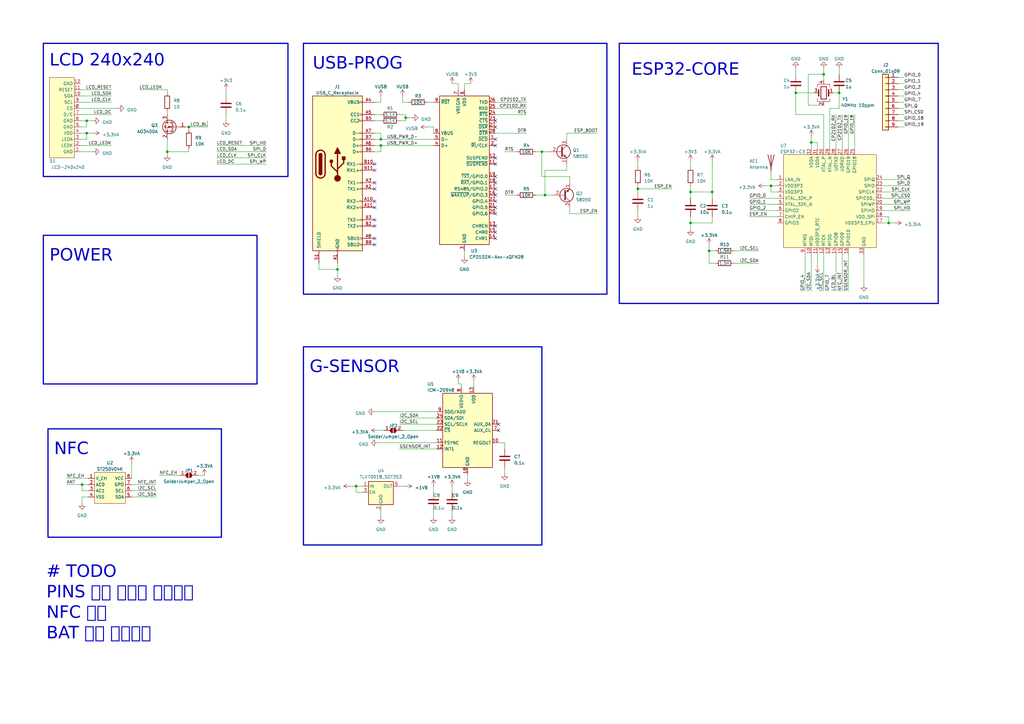
<source format=kicad_sch>
(kicad_sch (version 20220404) (generator eeschema)
  (paper "A3")
  (lib_symbols
    (symbol "Connector:USB_C_Receptacle" (pin_names (offset 1.016))
      (property "Reference" "J" (at -10.16 29.21 0))
      (property "Value" "USB_C_Receptacle" (at 10.16 29.21 0))
      (symbol "USB_C_Receptacle_1_1"
        (pin passive line (at 0 -40.64 90) (length 5.08) (name "GND") (number "A1"))
        (pin bidirectional line (at 15.24 -15.24 180) (length 5.08) (name "RX2-") (number "A10"))
        (pin bidirectional line (at 15.24 -17.78 180) (length 5.08) (name "RX2+") (number "A11"))
        (pin passive line (at 0 -40.64 90) (length 5.08) hide (name "GND") (number "A12"))
        (pin bidirectional line (at 15.24 -10.16 180) (length 5.08) (name "TX1+") (number "A2"))
        (pin bidirectional line (at 15.24 -7.62 180) (length 5.08) (name "TX1-") (number "A3"))
        (pin passive line (at 15.24 25.4 180) (length 5.08) (name "VBUS") (number "A4"))
        (pin bidirectional line (at 15.24 20.32 180) (length 5.08) (name "CC1") (number "A5"))
        (pin bidirectional line (at 15.24 7.62 180) (length 5.08) (name "D+") (number "A6"))
        (pin bidirectional line (at 15.24 12.7 180) (length 5.08) (name "D-") (number "A7"))
        (pin bidirectional line (at 15.24 -30.48 180) (length 5.08) (name "SBU1") (number "A8"))
        (pin passive line (at 15.24 25.4 180) (length 5.08) hide (name "VBUS") (number "A9"))
        (pin passive line (at 0 -40.64 90) (length 5.08) hide (name "GND") (number "B1"))
        (pin bidirectional line (at 15.24 0 180) (length 5.08) (name "RX1-") (number "B10"))
        (pin bidirectional line (at 15.24 -2.54 180) (length 5.08) (name "RX1+") (number "B11"))
        (pin passive line (at 0 -40.64 90) (length 5.08) hide (name "GND") (number "B12"))
        (pin bidirectional line (at 15.24 -25.4 180) (length 5.08) (name "TX2+") (number "B2"))
        (pin bidirectional line (at 15.24 -22.86 180) (length 5.08) (name "TX2-") (number "B3"))
        (pin passive line (at 15.24 25.4 180) (length 5.08) hide (name "VBUS") (number "B4"))
        (pin bidirectional line (at 15.24 17.78 180) (length 5.08) (name "CC2") (number "B5"))
        (pin bidirectional line (at 15.24 5.08 180) (length 5.08) (name "D+") (number "B6"))
        (pin bidirectional line (at 15.24 10.16 180) (length 5.08) (name "D-") (number "B7"))
        (pin bidirectional line (at 15.24 -33.02 180) (length 5.08) (name "SBU2") (number "B8"))
        (pin passive line (at 15.24 25.4 180) (length 5.08) hide (name "VBUS") (number "B9"))
        (pin passive line (at -7.62 -40.64 90) (length 5.08) (name "SHIELD") (number "S1"))
      )
    )
    (symbol "Connector_Generic:Conn_01x09" (pin_names (offset 1.016) hide)
      (property "Reference" "J" (at 0 12.7 0))
      (property "Value" "Conn_01x09" (at 0 -12.7 0))
      (symbol "Conn_01x09_1_1"
        (pin passive line (at -5.08 10.16 0) (length 3.81) (name "Pin_1") (number "1"))
        (pin passive line (at -5.08 7.62 0) (length 3.81) (name "Pin_2") (number "2"))
        (pin passive line (at -5.08 5.08 0) (length 3.81) (name "Pin_3") (number "3"))
        (pin passive line (at -5.08 2.54 0) (length 3.81) (name "Pin_4") (number "4"))
        (pin passive line (at -5.08 0 0) (length 3.81) (name "Pin_5") (number "5"))
        (pin passive line (at -5.08 -2.54 0) (length 3.81) (name "Pin_6") (number "6"))
        (pin passive line (at -5.08 -5.08 0) (length 3.81) (name "Pin_7") (number "7"))
        (pin passive line (at -5.08 -7.62 0) (length 3.81) (name "Pin_8") (number "8"))
        (pin passive line (at -5.08 -10.16 0) (length 3.81) (name "Pin_9") (number "9"))
      )
    )
    (symbol "Device:Antenna" (pin_numbers hide) (pin_names (offset 1.016) hide)
      (property "Reference" "AE" (at -1.905 1.905 0))
      (property "Value" "Antenna" (at -1.905 0 0))
      (symbol "Antenna_1_1"
        (pin input line (at 0 -5.08 90) (length 2.54) (name "A") (number "1"))
      )
    )
    (symbol "Device:C" (pin_numbers hide) (pin_names (offset 0.254))
      (property "Reference" "C" (at 0.635 2.54 0))
      (property "Value" "C" (at 0.635 -2.54 0))
      (symbol "C_1_1"
        (pin passive line (at 0 3.81 270) (length 2.794) (name "~") (number "1"))
        (pin passive line (at 0 -3.81 90) (length 2.794) (name "~") (number "2"))
      )
    )
    (symbol "Device:Crystal_GND24" (pin_names (offset 1.016) hide)
      (property "Reference" "Y" (at 3.175 5.08 0))
      (property "Value" "Crystal_GND24" (at 3.175 3.175 0))
      (symbol "Crystal_GND24_1_1"
        (pin passive line (at -3.81 0 0) (length 1.27) (name "1") (number "1"))
        (pin passive line (at 0 5.08 270) (length 1.27) (name "2") (number "2"))
        (pin passive line (at 3.81 0 180) (length 1.27) (name "3") (number "3"))
        (pin passive line (at 0 -5.08 90) (length 1.27) (name "4") (number "4"))
      )
    )
    (symbol "Device:R" (pin_numbers hide) (pin_names (offset 0))
      (property "Reference" "R" (at 2.032 0 90))
      (property "Value" "R" (at 0 0 90))
      (symbol "R_1_1"
        (pin passive line (at 0 3.81 270) (length 1.27) (name "~") (number "1"))
        (pin passive line (at 0 -3.81 90) (length 1.27) (name "~") (number "2"))
      )
    )
    (symbol "Interface_USB:CP2102N-Axx-xQFN28"
      (property "Reference" "U" (at -8.89 31.75 0))
      (property "Value" "CP2102N-Axx-xQFN28" (at 12.7 31.75 0))
      (symbol "CP2102N-Axx-xQFN28_1_1"
        (pin input line (at 12.7 12.7 180) (length 2.54) (name "~{DCD}") (number "1"))
        (pin no_connect line (at -10.16 -27.94 0) (length 2.54) hide (name "NC") (number "10"))
        (pin output line (at 12.7 2.54 180) (length 2.54) (name "~{SUSPEND}") (number "11"))
        (pin output line (at 12.7 5.08 180) (length 2.54) (name "SUSPEND") (number "12"))
        (pin output line (at 12.7 -22.86 180) (length 2.54) (name "CHREN") (number "13"))
        (pin output line (at 12.7 -27.94 180) (length 2.54) (name "CHR1") (number "14"))
        (pin output line (at 12.7 -25.4 180) (length 2.54) (name "CHR0") (number "15"))
        (pin bidirectional line (at 12.7 -10.16 180) (length 2.54) (name "~{WAKEUP}/GPIO.3") (number "16"))
        (pin bidirectional line (at 12.7 -7.62 180) (length 2.54) (name "RS485/GPIO.2") (number "17"))
        (pin bidirectional line (at 12.7 -5.08 180) (length 2.54) (name "~{RXT}/GPIO.1") (number "18"))
        (pin bidirectional line (at 12.7 -2.54 180) (length 2.54) (name "~{TXT}/GPIO.0") (number "19"))
        (pin bidirectional line (at 12.7 10.16 180) (length 2.54) (name "~{RI}/CLK") (number "2"))
        (pin bidirectional line (at 12.7 -17.78 180) (length 2.54) (name "GPIO.6") (number "20"))
        (pin bidirectional line (at 12.7 -15.24 180) (length 2.54) (name "GPIO.5") (number "21"))
        (pin bidirectional line (at 12.7 -12.7 180) (length 2.54) (name "GPIO.4") (number "22"))
        (pin input line (at 12.7 20.32 180) (length 2.54) (name "~{CTS}") (number "23"))
        (pin output line (at 12.7 22.86 180) (length 2.54) (name "~{RTS}") (number "24"))
        (pin input line (at 12.7 25.4 180) (length 2.54) (name "RXD") (number "25"))
        (pin output line (at 12.7 27.94 180) (length 2.54) (name "TXD") (number "26"))
        (pin input line (at 12.7 17.78 180) (length 2.54) (name "~{DSR}") (number "27"))
        (pin output line (at 12.7 15.24 180) (length 2.54) (name "~{DTR}") (number "28"))
        (pin passive line (at 0 -33.02 90) (length 2.54) hide (name "GND") (number "29"))
        (pin power_in line (at 0 -33.02 90) (length 2.54) (name "GND") (number "3"))
        (pin bidirectional line (at -12.7 10.16 0) (length 2.54) (name "D+") (number "4"))
        (pin bidirectional line (at -12.7 12.7 0) (length 2.54) (name "D-") (number "5"))
        (pin power_in line (at 0 33.02 270) (length 2.54) (name "VDD") (number "6"))
        (pin power_in line (at -2.54 33.02 270) (length 2.54) (name "VREGIN") (number "7"))
        (pin input line (at -12.7 15.24 0) (length 2.54) (name "VBUS") (number "8"))
        (pin input line (at -12.7 27.94 0) (length 2.54) (name "~{RST}") (number "9"))
      )
    )
    (symbol "Jumper:SolderJumper_2_Open" (pin_names (offset 0) hide)
      (property "Reference" "JP" (at 0 2.032 0))
      (property "Value" "SolderJumper_2_Open" (at 0 -2.54 0))
      (symbol "SolderJumper_2_Open_1_1"
        (pin passive line (at -3.81 0 0) (length 2.54) (name "A") (number "1"))
        (pin passive line (at 3.81 0 180) (length 2.54) (name "B") (number "2"))
      )
    )
    (symbol "LCD-one2inf:LCD-240x240"
      (property "Reference" "S" (at -8.89 20.32 0))
      (property "Value" "LCD-240x240" (at -3.81 17.78 0))
      (symbol "LCD-240x240_1_1"
        (pin passive line (at 2.54 13.97 180) (length 2.54) (name "GND") (number "1"))
        (pin bidirectional line (at 2.54 -8.89 180) (length 2.54) (name "SDA") (number "10"))
        (pin input line (at 2.54 -11.43 180) (length 2.54) (name "RESET") (number "11"))
        (pin passive line (at 2.54 -13.97 180) (length 2.54) (name "GND") (number "12"))
        (pin output line (at 2.54 11.43 180) (length 2.54) (name "LEDK") (number "2"))
        (pin input line (at 2.54 8.89 180) (length 2.54) (name "LEDA") (number "3"))
        (pin power_in line (at 2.54 6.35 180) (length 2.54) (name "VDD") (number "4"))
        (pin passive line (at 2.54 3.81 180) (length 2.54) (name "GND") (number "5"))
        (pin passive line (at 2.54 1.27 180) (length 2.54) (name "GND") (number "6"))
        (pin bidirectional line (at 2.54 -1.27 180) (length 2.54) (name "D/C") (number "7"))
        (pin input output_low (at 2.54 -3.81 180) (length 2.54) (name "CS") (number "8"))
        (pin input line (at 2.54 -6.35 180) (length 2.54) (name "SCL") (number "9"))
      )
    )
    (symbol "Power-one2inf:VUSB" (power) (pin_names (offset 0))
      (property "Value" "VUSB" (at 0 3.81 0))
      (symbol "VUSB_1_1"
        (pin power_in line (at 0 0 90) (length 0) hide (name "VUSB") (number "1"))
      )
    )
    (symbol "RF_IC-one2inf:ST25DV04K"
      (property "Reference" "U" (at -5.08 10.16 0))
      (property "Value" "ST25DV04K" (at -1.27 7.62 0))
      (symbol "ST25DV04K_1_1"
        (pin power_out line (at -8.89 3.81 0) (length 2.54) (name "V_EH") (number "1"))
        (pin passive line (at -8.89 1.27 0) (length 2.54) (name "AC0") (number "2"))
        (pin passive line (at -8.89 -1.27 0) (length 2.54) (name "AC1") (number "3"))
        (pin passive line (at -8.89 -3.81 0) (length 2.54) (name "VSS") (number "4"))
        (pin bidirectional line (at 8.89 -3.81 180) (length 2.54) (name "SDA") (number "5"))
        (pin input line (at 8.89 -1.27 180) (length 2.54) (name "SCL") (number "6"))
        (pin output line (at 8.89 1.27 180) (length 2.54) (name "GPO") (number "7"))
        (pin power_in line (at 8.89 3.81 180) (length 2.54) (name "VCC") (number "8"))
      )
    )
    (symbol "Regulator_Linear:TLV70018_SOT353" (pin_names (offset 0.254))
      (property "Reference" "U" (at -3.81 5.715 0))
      (property "Value" "TLV70018_SOT353" (at 0 5.715 0))
      (symbol "TLV70018_SOT353_1_1"
        (pin power_in line (at -7.62 2.54 0) (length 2.54) (name "IN") (number "1"))
        (pin power_in line (at 0 -7.62 90) (length 2.54) (name "GND") (number "2"))
        (pin input line (at -7.62 0 0) (length 2.54) (name "EN") (number "3"))
        (pin no_connect line (at 5.08 0 180) (length 2.54) hide (name "NC") (number "4"))
        (pin power_out line (at 7.62 2.54 180) (length 2.54) (name "OUT") (number "5"))
      )
    )
    (symbol "SOC-one2inf:ESP32-C3"
      (property "Reference" "U" (at -19.05 22.86 0))
      (property "Value" "ESP32-C3" (at -15.24 20.32 0))
      (symbol "ESP32-C3_1_0"
        (pin passive line (at 13.97 -21.59 90) (length 2.54) (name "GND") (number "33"))
      )
      (symbol "ESP32-C3_1_1"
        (pin bidirectional line (at -21.59 8.89 0) (length 2.54) (name "LNA_IN") (number "1"))
        (pin tri_state line (at -7.62 -21.59 90) (length 2.54) (name "MTDI") (number "10"))
        (pin power_in line (at -5.08 -21.59 90) (length 2.54) (name "VDD3P3_RTC") (number "11"))
        (pin tri_state line (at -2.54 -21.59 90) (length 2.54) (name "MTCK") (number "12"))
        (pin tri_state line (at 0 -21.59 90) (length 2.54) (name "MTDO") (number "13"))
        (pin tri_state line (at 2.54 -21.59 90) (length 2.54) (name "GPIO8") (number "14"))
        (pin tri_state line (at 5.08 -21.59 90) (length 2.54) (name "GPIO9") (number "15"))
        (pin tri_state line (at 7.62 -21.59 90) (length 2.54) (name "GPIO10") (number "16"))
        (pin power_in line (at 21.59 -8.89 180) (length 2.54) (name "VDD3P3_CPU") (number "17"))
        (pin unspecified line (at 21.59 -6.35 180) (length 2.54) (name "VDD_SPI") (number "18"))
        (pin tri_state line (at 21.59 -3.81 180) (length 2.54) (name "SPIHD") (number "19"))
        (pin power_in line (at -21.59 6.35 0) (length 2.54) (name "VDD3P3") (number "2"))
        (pin tri_state line (at 21.59 -1.27 180) (length 2.54) (name "SPIWP") (number "20"))
        (pin tri_state line (at 21.59 1.27 180) (length 2.54) (name "SPICS0_") (number "21"))
        (pin tri_state line (at 21.59 3.81 180) (length 2.54) (name "SPICLK") (number "22"))
        (pin tri_state line (at 21.59 6.35 180) (length 2.54) (name "SPID") (number "23"))
        (pin tri_state line (at 21.59 8.89 180) (length 2.54) (name "SPIQ") (number "24"))
        (pin tri_state line (at 10.16 21.59 270) (length 2.54) (name "GPIO18") (number "25"))
        (pin tri_state line (at 7.62 21.59 270) (length 2.54) (name "GPIO19") (number "26"))
        (pin tri_state line (at 5.08 21.59 270) (length 2.54) (name "U0RXD") (number "27"))
        (pin input line (at 2.54 21.59 270) (length 2.54) (name "U0TXD") (number "28"))
        (pin passive line (at 0 21.59 270) (length 2.54) (name "XTAL_N") (number "29"))
        (pin power_in line (at -21.59 3.81 0) (length 2.54) (name "VDD3P3") (number "3"))
        (pin passive line (at -2.54 21.59 270) (length 2.54) (name "XTAL_P") (number "30"))
        (pin input line (at -5.08 21.59 270) (length 2.54) (name "VDDA") (number "31"))
        (pin input line (at -7.62 21.59 270) (length 2.54) (name "VDDA") (number "32"))
        (pin tri_state line (at -21.59 1.27 0) (length 2.54) (name "XTAL_32K_P") (number "4"))
        (pin tri_state line (at -21.59 -1.27 0) (length 2.54) (name "XTAL_32K_N") (number "5"))
        (pin tri_state line (at -21.59 -3.81 0) (length 2.54) (name "GPIO2") (number "6"))
        (pin input line (at -21.59 -6.35 0) (length 2.54) (name "CHIP_EN") (number "7"))
        (pin tri_state line (at -21.59 -8.89 0) (length 2.54) (name "GPIO3") (number "8"))
        (pin tri_state line (at -10.16 -21.59 90) (length 2.54) (name "MTMS") (number "9"))
      )
    )
    (symbol "Sensor_Motion:ICM-20948"
      (property "Reference" "U" (at -11.43 16.51 0))
      (property "Value" "ICM-20948" (at 7.62 -16.51 0))
      (symbol "ICM-20948_1_1"
        (pin no_connect line (at -10.16 12.7 0) (length 2.54) hide (name "NC") (number "1"))
        (pin passive line (at 12.7 -5.08 180) (length 2.54) (name "REGOUT") (number "10"))
        (pin input line (at -12.7 -5.08 0) (length 2.54) (name "FSYNC") (number "11"))
        (pin output line (at -12.7 -7.62 0) (length 2.54) (name "INT1") (number "12"))
        (pin power_in line (at 2.54 17.78 270) (length 2.54) (name "VDD") (number "13"))
        (pin no_connect line (at 10.16 7.62 180) (length 2.54) hide (name "NC") (number "14"))
        (pin no_connect line (at 10.16 5.08 180) (length 2.54) hide (name "NC") (number "15"))
        (pin no_connect line (at 10.16 -7.62 180) (length 2.54) hide (name "NC") (number "16"))
        (pin no_connect line (at 10.16 -10.16 180) (length 2.54) hide (name "NC") (number "17"))
        (pin power_in line (at 0 -17.78 90) (length 2.54) (name "GND") (number "18"))
        (pin no_connect line (at 10.16 -12.7 180) (length 2.54) hide (name "RESV") (number "19"))
        (pin no_connect line (at -10.16 10.16 0) (length 2.54) hide (name "NC") (number "2"))
        (pin passive line (at 0 -17.78 90) (length 2.54) hide (name "GND") (number "20"))
        (pin bidirectional line (at 12.7 2.54 180) (length 2.54) (name "AUX_DA") (number "21"))
        (pin input line (at -12.7 0 0) (length 2.54) (name "~{CS}") (number "22"))
        (pin input line (at -12.7 2.54 0) (length 2.54) (name "SCL/SCLK") (number "23"))
        (pin bidirectional line (at -12.7 5.08 0) (length 2.54) (name "SDA/SDI") (number "24"))
        (pin no_connect line (at -10.16 -2.54 0) (length 2.54) hide (name "NC") (number "3"))
        (pin no_connect line (at -10.16 -10.16 0) (length 2.54) hide (name "NC") (number "4"))
        (pin no_connect line (at -10.16 -12.7 0) (length 2.54) hide (name "NC") (number "5"))
        (pin no_connect line (at 10.16 10.16 180) (length 2.54) hide (name "NC") (number "6"))
        (pin output line (at 12.7 0 180) (length 2.54) (name "AUX_CL") (number "7"))
        (pin power_in line (at -2.54 17.78 270) (length 2.54) (name "VDDIO") (number "8"))
        (pin bidirectional line (at -12.7 7.62 0) (length 2.54) (name "SDO/AD0") (number "9"))
      )
    )
    (symbol "Transistor_BJT:S8050" (pin_names (offset 0) hide)
      (property "Reference" "Q" (at 5.08 1.905 0))
      (property "Value" "S8050" (at 5.08 0 0))
      (symbol "S8050_1_1"
        (pin passive line (at 2.54 -5.08 90) (length 2.54) (name "E") (number "1"))
        (pin input line (at -5.08 0 0) (length 5.08) (name "B") (number "2"))
        (pin passive line (at 2.54 5.08 270) (length 2.54) (name "C") (number "3"))
      )
    )
    (symbol "Transistor_FET:AO3400A" (pin_names hide)
      (property "Reference" "Q" (at 5.08 1.905 0))
      (property "Value" "AO3400A" (at 5.08 0 0))
      (symbol "AO3400A_1_1"
        (pin input line (at -5.08 0 0) (length 2.54) (name "G") (number "1"))
        (pin passive line (at 2.54 -5.08 90) (length 2.54) (name "S") (number "2"))
        (pin passive line (at 2.54 5.08 270) (length 2.54) (name "D") (number "3"))
      )
    )
    (symbol "power:+1V8" (power) (pin_names (offset 0))
      (property "Value" "+1V8" (at 0 3.556 0))
      (symbol "+1V8_1_1"
        (pin power_in line (at 0 0 90) (length 0) hide (name "+1V8") (number "1"))
      )
    )
    (symbol "power:+3.3V" (power) (pin_names (offset 0))
      (property "Value" "+3.3V" (at 0 3.556 0))
      (symbol "+3.3V_1_1"
        (pin power_in line (at 0 0 90) (length 0) hide (name "+3V3") (number "1"))
      )
    )
    (symbol "power:+3.3VA" (power) (pin_names (offset 0))
      (property "Value" "+3.3VA" (at 0 3.556 0))
      (symbol "+3.3VA_1_1"
        (pin power_in line (at 0 0 90) (length 0) hide (name "+3.3VA") (number "1"))
      )
    )
    (symbol "power:GND" (power) (pin_names (offset 0))
      (property "Value" "GND" (at 0 -3.81 0))
      (symbol "GND_1_1"
        (pin power_in line (at 0 0 270) (length 0) hide (name "GND") (number "1"))
      )
    )
  )
  (junction (at 156.21 59.69))
  (junction (at 261.62 77.47))
  (junction (at 364.49 91.44))
  (junction (at 292.1 78.74))
  (junction (at 35.56 49.53))
  (junction (at 290.83 102.87))
  (junction (at 68.58 62.23))
  (junction (at 156.21 57.15))
  (junction (at 283.21 78.74))
  (junction (at 146.05 199.39))
  (junction (at 283.21 91.44))
  (junction (at 35.56 54.61))
  (junction (at 223.52 80.01))
  (junction (at 222.25 62.23))
  (junction (at 344.17 38.1))
  (junction (at 138.43 110.49))
  (junction (at 166.37 48.26))
  (junction (at 326.39 38.1))
  (junction (at 337.82 30.48))
  (junction (at 316.23 76.2))
  (junction (at 332.74 58.42))
  (junction (at 77.47 52.07))
  (junction (at 33.655 198.755))
  (no_connect (at 203.2 49.53))
  (no_connect (at 203.2 82.55))
  (no_connect (at 203.2 95.25))
  (no_connect (at 203.2 85.09))
  (no_connect (at 203.2 87.63))
  (no_connect (at 203.2 92.71))
  (no_connect (at 203.2 97.79))
  (no_connect (at 203.2 72.39))
  (no_connect (at 203.2 74.93))
  (no_connect (at 203.2 77.47))
  (no_connect (at 203.2 80.01))
  (no_connect (at 203.2 52.07))
  (no_connect (at 203.2 57.15))
  (no_connect (at 203.2 64.77))
  (no_connect (at 203.2 59.69))
  (no_connect (at 203.2 67.31))
  (no_connect (at 204.47 176.53))
  (no_connect (at 204.47 173.99))
  (no_connect (at 153.67 67.31))
  (no_connect (at 153.67 74.93))
  (no_connect (at 153.67 90.17))
  (no_connect (at 153.67 82.55))
  (no_connect (at 153.67 92.71))
  (no_connect (at 153.67 85.09))
  (no_connect (at 153.67 97.79))
  (no_connect (at 153.67 77.47))
  (no_connect (at 153.67 69.85))
  (no_connect (at 153.67 100.33))
  (wire (pts (xy 191.77 194.31) (xy 191.77 196.85)))
  (wire (pts (xy 153.67 41.91) (xy 156.21 41.91)))
  (wire (pts (xy 190.5 34.29) (xy 193.04 34.29)))
  (wire (pts (xy 341.63 38.1) (xy 344.17 38.1)))
  (wire (pts (xy 335.28 60.96) (xy 335.28 58.42)))
  (wire (pts (xy 187.96 34.29) (xy 187.96 36.83)))
  (wire (pts (xy 337.82 46.99) (xy 326.39 46.99)))
  (wire (pts (xy 232.41 54.61) (xy 245.11 54.61)))
  (wire (pts (xy 187.96 156.21) (xy 187.96 157.48)))
  (wire (pts (xy 35.56 54.61) (xy 38.1 54.61)))
  (wire (pts (xy 88.9 67.31) (xy 109.22 67.31)))
  (wire (pts (xy 163.83 184.15) (xy 179.07 184.15)))
  (wire (pts (xy 232.41 69.85) (xy 223.52 69.85)))
  (wire (pts (xy 138.43 107.95) (xy 138.43 110.49)))
  (wire (pts (xy 166.37 46.99) (xy 166.37 48.26)))
  (wire (pts (xy 167.64 41.91) (xy 165.1 41.91)))
  (wire (pts (xy 85.09 52.07) (xy 85.09 49.53)))
  (wire (pts (xy 187.96 157.48) (xy 189.23 157.48)))
  (wire (pts (xy 68.58 36.83) (xy 57.15 36.83)))
  (wire (pts (xy 292.1 88.9) (xy 292.1 91.44)))
  (wire (pts (xy 77.47 52.07) (xy 85.09 52.07)))
  (wire (pts (xy 33.02 44.45) (xy 48.26 44.45)))
  (wire (pts (xy 342.9 46.99) (xy 342.9 60.96)))
  (wire (pts (xy 154.94 181.61) (xy 179.07 181.61)))
  (wire (pts (xy 33.02 57.15) (xy 35.56 57.15)))
  (wire (pts (xy 326.39 46.99) (xy 326.39 38.1)))
  (wire (pts (xy 27.305 196.215) (xy 36.195 196.215)))
  (wire (pts (xy 207.01 181.61) (xy 207.01 184.15)))
  (wire (pts (xy 368.3 49.53) (xy 370.84 49.53)))
  (wire (pts (xy 283.21 88.9) (xy 283.21 91.44)))
  (wire (pts (xy 223.52 69.85) (xy 223.52 80.01)))
  (wire (pts (xy 300.99 107.95) (xy 311.15 107.95)))
  (wire (pts (xy 292.1 91.44) (xy 283.21 91.44)))
  (wire (pts (xy 364.49 91.44) (xy 367.03 91.44)))
  (wire (pts (xy 332.74 104.14) (xy 332.74 119.38)))
  (wire (pts (xy 148.59 201.93) (xy 146.05 201.93)))
  (wire (pts (xy 361.95 86.36) (xy 373.38 86.36)))
  (wire (pts (xy 335.28 104.14) (xy 335.28 109.22)))
  (wire (pts (xy 33.655 206.375) (xy 33.655 203.835)))
  (wire (pts (xy 77.47 52.07) (xy 77.47 53.34)))
  (wire (pts (xy 368.3 46.99) (xy 370.84 46.99)))
  (wire (pts (xy 53.975 201.295) (xy 64.135 201.295)))
  (wire (pts (xy 33.02 46.99) (xy 45.72 46.99)))
  (wire (pts (xy 35.56 52.07) (xy 35.56 49.53)))
  (wire (pts (xy 156.21 59.69) (xy 156.21 62.23)))
  (wire (pts (xy 165.1 176.53) (xy 179.07 176.53)))
  (wire (pts (xy 361.95 91.44) (xy 364.49 91.44)))
  (wire (pts (xy 88.9 59.69) (xy 109.22 59.69)))
  (wire (pts (xy 153.67 57.15) (xy 156.21 57.15)))
  (wire (pts (xy 68.58 62.23) (xy 68.58 63.5)))
  (wire (pts (xy 33.02 62.23) (xy 38.1 62.23)))
  (wire (pts (xy 337.82 60.96) (xy 337.82 46.99)))
  (wire (pts (xy 88.9 64.77) (xy 109.22 64.77)))
  (wire (pts (xy 33.02 39.37) (xy 45.72 39.37)))
  (wire (pts (xy 194.31 156.21) (xy 194.31 158.75)))
  (wire (pts (xy 330.2 104.14) (xy 330.2 119.38)))
  (wire (pts (xy 361.95 76.2) (xy 373.38 76.2)))
  (wire (pts (xy 361.95 88.9) (xy 364.49 88.9)))
  (wire (pts (xy 340.36 60.96) (xy 340.36 44.45)))
  (wire (pts (xy 307.34 86.36) (xy 318.77 86.36)))
  (wire (pts (xy 368.3 36.83) (xy 370.84 36.83)))
  (wire (pts (xy 361.95 73.66) (xy 373.38 73.66)))
  (wire (pts (xy 146.05 199.39) (xy 148.59 199.39)))
  (wire (pts (xy 361.95 78.74) (xy 373.38 78.74)))
  (wire (pts (xy 290.83 102.87) (xy 293.37 102.87)))
  (wire (pts (xy 77.47 62.23) (xy 68.58 62.23)))
  (wire (pts (xy 163.83 171.45) (xy 179.07 171.45)))
  (wire (pts (xy 138.43 110.49) (xy 138.43 113.03)))
  (wire (pts (xy 364.49 88.9) (xy 364.49 91.44)))
  (wire (pts (xy 177.8 212.09) (xy 177.8 209.55)))
  (wire (pts (xy 177.8 199.39) (xy 177.8 201.93)))
  (wire (pts (xy 153.67 168.91) (xy 179.07 168.91)))
  (wire (pts (xy 185.42 212.09) (xy 185.42 209.55)))
  (wire (pts (xy 163.83 46.99) (xy 166.37 46.99)))
  (wire (pts (xy 337.82 30.48) (xy 331.47 30.48)))
  (wire (pts (xy 345.44 104.14) (xy 345.44 119.38)))
  (wire (pts (xy 261.62 86.36) (xy 261.62 88.9)))
  (wire (pts (xy 293.37 107.95) (xy 290.83 107.95)))
  (wire (pts (xy 344.17 44.45) (xy 344.17 38.1)))
  (wire (pts (xy 130.81 110.49) (xy 138.43 110.49)))
  (wire (pts (xy 283.21 76.2) (xy 283.21 78.74)))
  (wire (pts (xy 156.21 209.55) (xy 156.21 212.09)))
  (wire (pts (xy 292.1 81.28) (xy 292.1 78.74)))
  (wire (pts (xy 261.62 66.04) (xy 261.62 68.58)))
  (wire (pts (xy 33.02 41.91) (xy 45.72 41.91)))
  (wire (pts (xy 153.67 59.69) (xy 156.21 59.69)))
  (wire (pts (xy 203.2 46.99) (xy 215.9 46.99)))
  (wire (pts (xy 337.82 104.14) (xy 337.82 119.38)))
  (wire (pts (xy 177.8 54.61) (xy 177.8 52.07)))
  (wire (pts (xy 153.67 62.23) (xy 156.21 62.23)))
  (wire (pts (xy 146.05 201.93) (xy 146.05 199.39)))
  (wire (pts (xy 290.83 107.95) (xy 290.83 102.87)))
  (wire (pts (xy 344.17 27.94) (xy 344.17 30.48)))
  (wire (pts (xy 189.23 157.48) (xy 189.23 158.75)))
  (wire (pts (xy 215.9 44.45) (xy 203.2 44.45)))
  (wire (pts (xy 185.42 34.29) (xy 187.96 34.29)))
  (wire (pts (xy 177.8 52.07) (xy 175.26 52.07)))
  (wire (pts (xy 207.01 80.01) (xy 212.09 80.01)))
  (wire (pts (xy 222.25 72.39) (xy 222.25 62.23)))
  (wire (pts (xy 35.56 57.15) (xy 35.56 54.61)))
  (wire (pts (xy 307.34 88.9) (xy 318.77 88.9)))
  (wire (pts (xy 36.195 201.295) (xy 33.655 201.295)))
  (wire (pts (xy 130.81 107.95) (xy 130.81 110.49)))
  (wire (pts (xy 27.305 198.755) (xy 33.655 198.755)))
  (wire (pts (xy 283.21 78.74) (xy 292.1 78.74)))
  (wire (pts (xy 245.11 87.63) (xy 233.68 87.63)))
  (wire (pts (xy 232.41 67.31) (xy 232.41 69.85)))
  (wire (pts (xy 65.405 194.945) (xy 73.66 194.945)))
  (wire (pts (xy 233.68 72.39) (xy 222.25 72.39)))
  (wire (pts (xy 368.3 52.07) (xy 370.84 52.07)))
  (wire (pts (xy 219.71 62.23) (xy 222.25 62.23)))
  (wire (pts (xy 283.21 78.74) (xy 283.21 81.28)))
  (wire (pts (xy 35.56 49.53) (xy 38.1 49.53)))
  (wire (pts (xy 33.02 36.83) (xy 45.72 36.83)))
  (wire (pts (xy 33.02 49.53) (xy 35.56 49.53)))
  (wire (pts (xy 332.74 58.42) (xy 332.74 60.96)))
  (wire (pts (xy 350.52 46.99) (xy 350.52 60.96)))
  (wire (pts (xy 175.26 41.91) (xy 177.8 41.91)))
  (wire (pts (xy 33.02 54.61) (xy 35.56 54.61)))
  (wire (pts (xy 307.34 81.28) (xy 318.77 81.28)))
  (wire (pts (xy 368.3 44.45) (xy 370.84 44.45)))
  (wire (pts (xy 203.2 41.91) (xy 215.9 41.91)))
  (wire (pts (xy 261.62 77.47) (xy 261.62 78.74)))
  (wire (pts (xy 68.58 45.72) (xy 68.58 46.99)))
  (wire (pts (xy 316.23 78.74) (xy 316.23 76.2)))
  (wire (pts (xy 300.99 102.87) (xy 311.15 102.87)))
  (wire (pts (xy 156.21 41.91) (xy 156.21 39.37)))
  (wire (pts (xy 92.71 46.99) (xy 92.71 49.53)))
  (wire (pts (xy 233.68 74.93) (xy 233.68 72.39)))
  (wire (pts (xy 190.5 36.83) (xy 190.5 34.29)))
  (wire (pts (xy 347.98 104.14) (xy 347.98 119.38)))
  (wire (pts (xy 33.02 59.69) (xy 45.72 59.69)))
  (wire (pts (xy 88.9 62.23) (xy 109.22 62.23)))
  (wire (pts (xy 153.67 49.53) (xy 156.21 49.53)))
  (wire (pts (xy 361.95 83.82) (xy 373.38 83.82)))
  (wire (pts (xy 316.23 73.66) (xy 316.23 71.12)))
  (wire (pts (xy 33.655 198.755) (xy 36.195 198.755)))
  (wire (pts (xy 207.01 62.23) (xy 212.09 62.23)))
  (wire (pts (xy 153.67 46.99) (xy 156.21 46.99)))
  (wire (pts (xy 307.34 83.82) (xy 318.77 83.82)))
  (wire (pts (xy 340.36 44.45) (xy 344.17 44.45)))
  (wire (pts (xy 166.37 49.53) (xy 163.83 49.53)))
  (wire (pts (xy 354.33 104.14) (xy 354.33 116.84)))
  (wire (pts (xy 283.21 66.04) (xy 283.21 68.58)))
  (wire (pts (xy 347.98 46.99) (xy 347.98 60.96)))
  (wire (pts (xy 156.21 54.61) (xy 156.21 57.15)))
  (wire (pts (xy 283.21 91.44) (xy 283.21 93.98)))
  (wire (pts (xy 190.5 102.87) (xy 190.5 105.41)))
  (wire (pts (xy 33.655 203.835) (xy 36.195 203.835)))
  (wire (pts (xy 92.71 36.83) (xy 92.71 39.37)))
  (wire (pts (xy 368.3 31.75) (xy 370.84 31.75)))
  (wire (pts (xy 77.47 60.96) (xy 77.47 62.23)))
  (wire (pts (xy 345.44 46.99) (xy 345.44 60.96)))
  (wire (pts (xy 203.2 54.61) (xy 215.9 54.61)))
  (wire (pts (xy 361.95 81.28) (xy 373.38 81.28)))
  (wire (pts (xy 153.67 54.61) (xy 156.21 54.61)))
  (wire (pts (xy 33.02 52.07) (xy 35.56 52.07)))
  (wire (pts (xy 318.77 78.74) (xy 316.23 78.74)))
  (wire (pts (xy 368.3 41.91) (xy 370.84 41.91)))
  (wire (pts (xy 156.21 57.15) (xy 177.8 57.15)))
  (wire (pts (xy 223.52 80.01) (xy 226.06 80.01)))
  (wire (pts (xy 33.655 201.295) (xy 33.655 198.755)))
  (wire (pts (xy 76.2 52.07) (xy 77.47 52.07)))
  (wire (pts (xy 165.1 39.37) (xy 165.1 41.91)))
  (wire (pts (xy 261.62 77.47) (xy 275.59 77.47)))
  (wire (pts (xy 331.47 43.18) (xy 331.47 30.48)))
  (wire (pts (xy 154.94 176.53) (xy 157.48 176.53)))
  (wire (pts (xy 332.74 55.88) (xy 332.74 58.42)))
  (wire (pts (xy 166.37 199.39) (xy 163.83 199.39)))
  (wire (pts (xy 146.05 199.39) (xy 143.51 199.39)))
  (wire (pts (xy 53.975 198.755) (xy 64.135 198.755)))
  (wire (pts (xy 318.77 73.66) (xy 316.23 73.66)))
  (wire (pts (xy 166.37 48.26) (xy 166.37 49.53)))
  (wire (pts (xy 326.39 38.1) (xy 334.01 38.1)))
  (wire (pts (xy 163.83 173.99) (xy 179.07 173.99)))
  (wire (pts (xy 204.47 181.61) (xy 207.01 181.61)))
  (wire (pts (xy 166.37 48.26) (xy 168.91 48.26)))
  (wire (pts (xy 292.1 66.04) (xy 292.1 78.74)))
  (wire (pts (xy 342.9 104.14) (xy 342.9 119.38)))
  (wire (pts (xy 313.69 76.2) (xy 316.23 76.2)))
  (wire (pts (xy 207.01 191.77) (xy 207.01 194.31)))
  (wire (pts (xy 83.82 194.945) (xy 81.28 194.945)))
  (wire (pts (xy 368.3 34.29) (xy 370.84 34.29)))
  (wire (pts (xy 335.28 58.42) (xy 332.74 58.42)))
  (wire (pts (xy 337.82 33.02) (xy 337.82 30.48)))
  (wire (pts (xy 185.42 199.39) (xy 185.42 201.93)))
  (wire (pts (xy 261.62 76.2) (xy 261.62 77.47)))
  (wire (pts (xy 219.71 80.01) (xy 223.52 80.01)))
  (wire (pts (xy 68.58 38.1) (xy 68.58 36.83)))
  (wire (pts (xy 290.83 100.33) (xy 290.83 102.87)))
  (wire (pts (xy 53.975 203.835) (xy 64.135 203.835)))
  (wire (pts (xy 233.68 87.63) (xy 233.68 85.09)))
  (wire (pts (xy 368.3 39.37) (xy 370.84 39.37)))
  (wire (pts (xy 156.21 59.69) (xy 177.8 59.69)))
  (wire (pts (xy 337.82 30.48) (xy 337.82 27.94)))
  (wire (pts (xy 326.39 27.94) (xy 326.39 30.48)))
  (wire (pts (xy 316.23 76.2) (xy 318.77 76.2)))
  (wire (pts (xy 68.58 62.23) (xy 68.58 57.15)))
  (wire (pts (xy 232.41 54.61) (xy 232.41 57.15)))
  (wire (pts (xy 53.975 189.865) (xy 53.975 196.215)))
  (wire (pts (xy 222.25 62.23) (xy 224.79 62.23)))
  (wire (pts (xy 337.82 43.18) (xy 331.47 43.18)))
  (rectangle (start 124.46 142.24) (end 222.25 223.52) (stroke (width 0.5)))
  (rectangle (start 248.92 121.92) (end 248.92 121.92))
  (rectangle (start 19.685 175.895) (end 90.805 220.345) (stroke (width 0.5)))
  (rectangle (start 124.46 17.78) (end 248.92 120.65) (stroke (width 0.5)))
  (rectangle (start 17.78 96.52) (end 105.41 157.48) (stroke (width 0.5)))
  (rectangle (start 17.78 17.78) (end 118.11 72.39) (stroke (width 0.5)))
  (rectangle (start 254 17.78) (end 384.81 124.46) (stroke (width 0.5)))
  (text "# TODO\nPINS 审核 三极管 引脚顺序\nNFC 天线\nBAT 添加 电池电路" (at 19.05 264.16 0) (effects (font (size 5 5)) (justify left bottom)))
  (text "POWER" (at 20.32 109.22 0) (effects (font (size 5 5)) (justify left bottom)))
  (text "USB-PROG" (at 128.27 30.48 0) (effects (font (size 5 5)) (justify left bottom)))
  (text "ESP32-CORE" (at 259.08 33.02 0) (effects (font (size 5 5)) (justify left bottom)))
  (text "NFC" (at 22.225 188.595 0) (effects (font (size 5 5)) (justify left bottom)))
  (text "G-SENSOR" (at 127 154.94 0) (effects (font (size 5 5)) (justify left bottom)))
  (text "LCD 240x240" (at 20.32 29.21 0) (effects (font (size 5 5)) (justify left bottom)))
  (label "SPI_D" (at 373.38 76.2 0))
  (label "CP2102_RX" (at 342.9 46.99 90))
  (label "GPIO_18" (at 370.84 49.53 0))
  (label "I2C_SCL" (at 163.83 173.99 0))
  (label "CP2102_RX" (at 215.9 44.45 0))
  (label "USB_PWR_D-" (at 171.45 57.15 0))
  (label "LCD_BL" (at 342.9 119.38 90))
  (label "I2C_SCL" (at 311.15 102.87 0))
  (label "SPI_Q" (at 370.84 44.45 0))
  (label "GSENSOR_INT" (at 347.98 119.38 90))
  (label "SPI_HD" (at 373.38 86.36 0))
  (label "LCD_CLK" (at 45.72 41.91 0))
  (label "ANT" (at 27.305 198.755 0))
  (label "SPI_HD" (at 109.22 59.69 0))
  (label "SPI_Q" (at 373.38 73.66 0))
  (label "LCD_DC" (at 88.9 67.31 0))
  (label "RTS" (at 215.9 46.99 0))
  (label "SPI_CS0" (at 370.84 46.99 0))
  (label "GPIO_7" (at 340.36 119.38 90))
  (label "I2C_SCL" (at 337.82 119.38 90))
  (label "SPI_CS0" (at 373.38 81.28 0))
  (label "LCD_RESET" (at 88.9 59.69 0))
  (label "GPIO_0" (at 307.34 81.28 0))
  (label "GPIO_1" (at 370.84 34.29 0))
  (label "GPIO_19" (at 347.98 46.99 90))
  (label "USB_PWR_D+" (at 171.45 59.69 0))
  (label "LCD_SDA" (at 45.72 39.37 0))
  (label "NFC_EH" (at 27.305 196.215 0))
  (label "I2C_SCL" (at 64.135 201.295 0))
  (label "ESP_EN" (at 275.59 77.47 0))
  (label "GPIO_18" (at 350.52 46.99 90))
  (label "GPIO_4" (at 370.84 39.37 0))
  (label "ESP_EN" (at 307.34 88.9 0))
  (label "I2C_SDA" (at 311.15 107.95 0))
  (label "GPIO_4" (at 330.2 119.38 90))
  (label "LCD_BL" (at 85.09 52.07 0))
  (label "CP2102_TX" (at 345.44 46.99 90))
  (label "SPI_WP" (at 373.38 83.82 0))
  (label "ESP_EN" (at 245.11 87.63 0))
  (label "LCD_LEDK" (at 57.15 36.83 0))
  (label "I2C_SDA" (at 64.135 203.835 0))
  (label "GPIO_19" (at 370.84 52.07 0))
  (label "GPIO_0" (at 370.84 31.75 0))
  (label "NFC_INT" (at 64.135 198.755 0))
  (label "LCD_RESET" (at 45.72 36.83 0))
  (label "I2C_SDA" (at 163.83 171.45 0))
  (label "LCD_SDA" (at 88.9 62.23 0))
  (label "GSENSOR_INT" (at 163.83 184.15 0))
  (label "LCD_LEDK" (at 45.72 59.69 0))
  (label "RTS" (at 207.01 62.23 0))
  (label "DTR" (at 215.9 54.61 0))
  (label "SPI_CLK" (at 373.38 78.74 0))
  (label "NFC_INT" (at 345.44 119.38 90))
  (label "LCD_CLK" (at 88.9 64.77 0))
  (label "NFC_EH" (at 65.405 194.945 0))
  (label "GPIO_2" (at 307.34 86.36 0))
  (label "SPI_CLK" (at 109.22 64.77 0))
  (label "DTR" (at 207.01 80.01 0))
  (label "LCD_DC" (at 45.72 46.99 0))
  (label "GPIO_7" (at 370.84 41.91 0))
  (label "SPI_D" (at 109.22 62.23 0))
  (label "GPIO_2" (at 370.84 36.83 0))
  (label "SPI_WP" (at 109.22 67.31 0))
  (label "GPIO_1" (at 307.34 83.82 0))
  (label "I2C_SDA" (at 332.74 119.38 90))
  (label "CP2102_TX" (at 215.9 41.91 0))
  (label "ESP_BOOT" (at 245.11 54.61 0))
  (symbol (lib_id "Device:R") (at 283.21 72.39 0) (unit 1)
    (default_instance (reference "R") (unit 1) (value "R") (footprint ""))
    (property "Reference" "R7" (at 285.75 71.755 0) (effects (justify left)))
    (property "Value" "10K" (at 285.75 74.295 0) (effects (justify left)))
  )
  (symbol (lib_id "power:GND") (at 344.17 27.94 180) (unit 1)
    (default_instance (reference "#PWR") (unit 1) (value "GND") (footprint ""))
    (property "Reference" "#PWR012" (effects hide))
    (property "Value" "GND" (at 344.17 24.13 0))
  )
  (symbol (lib_id "RF_IC-one2inf:ST25DV04K") (at 45.085 200.025 0) (unit 1)
    (default_instance (reference "U") (unit 1) (value "ST25DV04K") (footprint "Package_SO:SOIC-8_3.9x4.9mm_P1.27mm"))
    (property "Reference" "U2" (at 45.085 189.865 0))
    (property "Value" "ST25DV04K" (at 45.085 192.405 0))
    (property "Footprint" "Package_SO:SOIC-8_3.9x4.9mm_P1.27mm" (effects hide))
    (property "Datasheet" "https://atta.szlcsc.com/upload/public/pdf/source/20180105/C155601_15151573613371234627.pdf?Expires=4070880000&OSSAccessKeyId=LTAIJDIkh7KmGS1H&Signature=zwoPPxuwyJd1OH1a6n7wdPdzMz0%3D&response-content-disposition=attachment%3Bfilename%3DC155601_ST25DV04K-IER6S3_2018-01-05.PDF" (effects hide))
  )
  (symbol (lib_id "LCD-one2inf:LCD-240x240") (at 30.48 48.26 0) (mirror x) (unit 1)
    (default_instance (reference "S") (unit 1) (value "LCD-240x240") (footprint ""))
    (property "Reference" "S1" (at 21.59 66.04 0))
    (property "Value" "LCD-240x240" (at 27.94 68.58 0))
  )
  (symbol (lib_id "power:GND") (at 261.62 88.9 0) (unit 1)
    (default_instance (reference "#PWR") (unit 1) (value "GND") (footprint ""))
    (property "Reference" "#PWR010" (effects hide))
    (property "Value" "GND" (at 261.62 93.98 0))
  )
  (symbol (lib_id "Power-one2inf:VUSB") (at 175.26 52.07 90) (unit 1)
    (default_instance (reference "#PWR") (unit 1) (value "VUSB") (footprint ""))
    (property "Reference" "#PWR05" (effects hide))
    (property "Value" "VUSB" (at 171.45 52.705 90) (effects (justify left)))
  )
  (symbol (lib_id "Device:C") (at 261.62 82.55 0) (unit 1)
    (default_instance (reference "C") (unit 1) (value "C") (footprint ""))
    (property "Reference" "C1" (at 265.43 81.915 0) (effects (justify left)))
    (property "Value" "1u" (at 265.43 84.455 0) (effects (justify left)))
  )
  (symbol (lib_id "Transistor_FET:AO3400A") (at 71.12 52.07 0) (mirror y) (unit 1)
    (default_instance (reference "Q") (unit 1) (value "AO3400A") (footprint "Package_TO_SOT_SMD:SOT-23"))
    (property "Reference" "Q3" (at 64.77 51.435 0) (effects (justify left)))
    (property "Value" "AO3400A" (at 64.77 53.975 0) (effects (justify left)))
    (property "Footprint" "Package_TO_SOT_SMD:SOT-23" (effects hide))
    (property "Datasheet" "http://www.aosmd.com/pdfs/datasheet/AO3400A.pdf" (effects hide))
  )
  (symbol (lib_id "Device:Antenna") (at 316.23 66.04 0) (unit 1)
    (default_instance (reference "AE") (unit 1) (value "Antenna") (footprint ""))
    (property "Reference" "AE1" (at 307.34 66.04 0) (effects (justify left)))
    (property "Value" "Antenna" (at 307.34 68.58 0) (effects (justify left)))
  )
  (symbol (lib_id "power:GND") (at 283.21 93.98 0) (unit 1)
    (default_instance (reference "#PWR") (unit 1) (value "GND") (footprint ""))
    (property "Reference" "#PWR016" (effects hide))
    (property "Value" "GND" (at 283.21 99.06 0))
  )
  (symbol (lib_id "power:GND") (at 138.43 113.03 0) (unit 1)
    (default_instance (reference "#PWR") (unit 1) (value "GND") (footprint ""))
    (property "Reference" "#PWR02" (effects hide))
    (property "Value" "GND" (at 138.43 118.11 0))
  )
  (symbol (lib_id "power:GND") (at 177.8 212.09 0) (unit 1)
    (default_instance (reference "#PWR") (unit 1) (value "GND") (footprint ""))
    (property "Reference" "#PWR037" (effects hide))
    (property "Value" "GND" (at 177.8 217.17 0))
  )
  (symbol (lib_id "Device:C") (at 344.17 34.29 180) (unit 1)
    (default_instance (reference "C") (unit 1) (value "C") (footprint ""))
    (property "Reference" "C5" (at 346.71 33.02 0) (effects (justify right)))
    (property "Value" "1u" (at 346.71 35.56 0) (effects (justify right)))
  )
  (symbol (lib_id "power:+3.3VA") (at 332.74 55.88 0) (unit 1)
    (default_instance (reference "#PWR") (unit 1) (value "+3.3VA") (footprint ""))
    (property "Reference" "#PWR018" (effects hide))
    (property "Value" "+3.3VA" (at 332.74 52.07 0))
  )
  (symbol (lib_id "power:+3.3VA") (at 154.94 176.53 90) (unit 1)
    (default_instance (reference "#PWR") (unit 1) (value "+3.3VA") (footprint ""))
    (property "Reference" "#PWR038" (effects hide))
    (property "Value" "+3.3VA" (at 151.13 177.165 90) (effects (justify left)))
  )
  (symbol (lib_id "power:GND") (at 38.1 62.23 90) (unit 1)
    (default_instance (reference "#PWR") (unit 1) (value "GND") (footprint ""))
    (property "Reference" "#PWR026" (effects hide))
    (property "Value" "GND" (at 41.91 62.865 90) (effects (justify right)))
  )
  (symbol (lib_id "power:GND") (at 48.26 44.45 90) (unit 1)
    (default_instance (reference "#PWR") (unit 1) (value "GND") (footprint ""))
    (property "Reference" "#PWR021" (effects hide))
    (property "Value" "GND" (at 52.07 45.085 90) (effects (justify right)))
  )
  (symbol (lib_id "power:GND") (at 185.42 212.09 0) (unit 1)
    (default_instance (reference "#PWR") (unit 1) (value "GND") (footprint ""))
    (property "Reference" "#PWR045" (effects hide))
    (property "Value" "GND" (at 185.42 217.17 0))
  )
  (symbol (lib_id "Device:C") (at 292.1 85.09 0) (unit 1)
    (default_instance (reference "C") (unit 1) (value "C") (footprint ""))
    (property "Reference" "C3" (at 295.91 84.455 0) (effects (justify left)))
    (property "Value" "0.1u" (at 295.91 86.995 0) (effects (justify left)))
  )
  (symbol (lib_id "Interface_USB:CP2102N-Axx-xQFN28") (at 190.5 69.85 0) (unit 1)
    (default_instance (reference "U") (unit 1) (value "CP2102N-Axx-xQFN28") (footprint "Package_DFN_QFN:QFN-28-1EP_5x5mm_P0.5mm_EP3.35x3.35mm"))
    (property "Reference" "U3" (at 193.04 102.87 0) (effects (justify left)))
    (property "Value" "CP2102N-Axx-xQFN28" (at 192.4559 105.41 0) (effects (justify left)))
    (property "Footprint" "Package_DFN_QFN:QFN-28-1EP_5x5mm_P0.5mm_EP3.35x3.35mm" (effects hide))
    (property "Datasheet" "https://www.silabs.com/documents/public/data-sheets/cp2102n-datasheet.pdf" (effects hide))
  )
  (symbol (lib_id "Device:C") (at 283.21 85.09 0) (unit 1)
    (default_instance (reference "C") (unit 1) (value "C") (footprint ""))
    (property "Reference" "C2" (at 287.02 84.455 0) (effects (justify left)))
    (property "Value" "10u" (at 287.02 86.995 0) (effects (justify left)))
  )
  (symbol (lib_id "power:+3.3VA") (at 185.42 199.39 0) (unit 1)
    (default_instance (reference "#PWR") (unit 1) (value "+3.3VA") (footprint ""))
    (property "Reference" "#PWR036" (effects hide))
    (property "Value" "+3.3VA" (at 185.42 195.58 0))
  )
  (symbol (lib_id "power:GND") (at 207.01 194.31 0) (unit 1)
    (default_instance (reference "#PWR") (unit 1) (value "GND") (footprint ""))
    (property "Reference" "#PWR035" (effects hide))
    (property "Value" "GND" (at 207.01 199.39 0))
  )
  (symbol (lib_id "Connector_Generic:Conn_01x09") (at 363.22 41.91 0) (mirror y) (unit 1)
    (default_instance (reference "J") (unit 1) (value "Conn_01x09") (footprint ""))
    (property "Reference" "J2" (at 363.22 26.67 0))
    (property "Value" "Conn_01x09" (at 363.22 29.21 0))
  )
  (symbol (lib_id "power:+3.3VA") (at 38.1 54.61 270) (unit 1)
    (default_instance (reference "#PWR") (unit 1) (value "+3.3VA") (footprint ""))
    (property "Reference" "#PWR025" (effects hide))
    (property "Value" "+3.3VA" (at 41.91 55.245 90) (effects (justify left)))
  )
  (symbol (lib_id "Regulator_Linear:TLV70018_SOT353") (at 156.21 201.93 0) (unit 1)
    (default_instance (reference "U") (unit 1) (value "TLV70018_SOT353") (footprint "Package_TO_SOT_SMD:SOT-353_SC-70-5"))
    (property "Reference" "U4" (at 156.21 193.04 0))
    (property "Value" "TLV70018_SOT353" (at 156.21 195.58 0))
    (property "Footprint" "Package_TO_SOT_SMD:SOT-353_SC-70-5" (effects hide))
    (property "Datasheet" "http://www.ti.com/lit/ds/symlink/tlv700.pdf" (effects hide))
  )
  (symbol (lib_id "Device:R") (at 297.18 107.95 90) (unit 1)
    (default_instance (reference "R") (unit 1) (value "R") (footprint ""))
    (property "Reference" "R11" (at 297.18 105.41 90))
    (property "Value" "1.5K" (at 297.18 107.95 90))
  )
  (symbol (lib_id "power:+3.3VA") (at 53.975 189.865 0) (unit 1)
    (default_instance (reference "#PWR") (unit 1) (value "+3.3VA") (footprint ""))
    (property "Reference" "#PWR028" (effects hide))
    (property "Value" "+3.3VA" (at 53.975 186.055 0))
  )
  (symbol (lib_id "Connector:USB_C_Receptacle") (at 138.43 67.31 0) (unit 1)
    (default_instance (reference "J") (unit 1) (value "USB_C_Receptacle") (footprint ""))
    (property "Reference" "J1" (at 138.43 35.56 0))
    (property "Value" "USB_C_Receptacle" (at 138.43 38.1 0))
    (property "Datasheet" "https://www.usb.org/sites/default/files/documents/usb_type-c.zip" (effects hide))
  )
  (symbol (lib_id "power:+3.3VA") (at 335.28 109.22 180) (unit 1)
    (default_instance (reference "#PWR") (unit 1) (value "+3.3VA") (footprint ""))
    (property "Reference" "#PWR046" (effects hide))
    (property "Value" "+3.3VA" (at 335.28 115.57 90))
  )
  (symbol (lib_id "power:+1V8") (at 187.96 156.21 0) (unit 1)
    (default_instance (reference "#PWR") (unit 1) (value "+1V8") (footprint ""))
    (property "Reference" "#PWR043" (effects hide))
    (property "Value" "+1V8" (at 187.96 152.4 0))
  )
  (symbol (lib_id "Power-one2inf:VUSB") (at 165.1 39.37 0) (unit 1)
    (default_instance (reference "#PWR") (unit 1) (value "VUSB") (footprint ""))
    (property "Reference" "#PWR04" (effects hide))
    (property "Value" "VUSB" (at 165.1 35.56 0))
  )
  (symbol (lib_id "power:+3.3V") (at 92.71 36.83 0) (unit 1)
    (default_instance (reference "#PWR") (unit 1) (value "+3.3V") (footprint ""))
    (property "Reference" "#PWR023" (effects hide))
    (property "Value" "+3.3V" (at 92.71 33.02 0))
  )
  (symbol (lib_id "Device:R") (at 171.45 41.91 90) (unit 1)
    (default_instance (reference "R") (unit 1) (value "R") (footprint ""))
    (property "Reference" "R3" (at 171.45 39.37 90))
    (property "Value" "10K" (at 171.45 41.91 90))
  )
  (symbol (lib_id "power:GND") (at 168.91 48.26 90) (unit 1)
    (default_instance (reference "#PWR") (unit 1) (value "GND") (footprint ""))
    (property "Reference" "#PWR03" (effects hide))
    (property "Value" "GND" (at 172.72 48.895 90) (effects (justify right)))
  )
  (symbol (lib_id "power:GND") (at 354.33 116.84 0) (unit 1)
    (default_instance (reference "#PWR") (unit 1) (value "GND") (footprint ""))
    (property "Reference" "#PWR09" (effects hide))
    (property "Value" "GND" (at 354.33 121.92 0))
  )
  (symbol (lib_id "Device:R") (at 215.9 62.23 90) (unit 1)
    (default_instance (reference "R") (unit 1) (value "R") (footprint ""))
    (property "Reference" "R4" (at 215.9 59.69 90))
    (property "Value" "10K" (at 215.9 62.23 90))
  )
  (symbol (lib_id "power:+3.3VA") (at 290.83 100.33 0) (unit 1)
    (default_instance (reference "#PWR") (unit 1) (value "+3.3VA") (footprint ""))
    (property "Reference" "#PWR030" (effects hide))
    (property "Value" "+3.3VA" (at 290.83 96.52 0))
  )
  (symbol (lib_id "power:+3.3VA") (at 194.31 156.21 0) (unit 1)
    (default_instance (reference "#PWR") (unit 1) (value "+3.3VA") (footprint ""))
    (property "Reference" "#PWR032" (effects hide))
    (property "Value" "+3.3VA" (at 194.31 152.4 0))
  )
  (symbol (lib_id "Device:R") (at 160.02 46.99 90) (unit 1)
    (default_instance (reference "R") (unit 1) (value "R") (footprint ""))
    (property "Reference" "R1" (at 160.02 44.45 90))
    (property "Value" "5.1K" (at 160.02 46.99 90))
  )
  (symbol (lib_id "power:GND") (at 154.94 181.61 270) (unit 1)
    (default_instance (reference "#PWR") (unit 1) (value "GND") (footprint ""))
    (property "Reference" "#PWR034" (effects hide))
    (property "Value" "GND" (at 151.13 182.245 90) (effects (justify right)))
  )
  (symbol (lib_id "Device:C") (at 185.42 205.74 0) (unit 1)
    (default_instance (reference "C") (unit 1) (value "C") (footprint ""))
    (property "Reference" "C9" (at 185.42 203.2 0) (effects (justify left)))
    (property "Value" "0.1u" (at 185.42 208.28 0) (effects (justify left)))
  )
  (symbol (lib_id "power:+3.3VA") (at 83.82 194.945 0) (unit 1)
    (default_instance (reference "#PWR") (unit 1) (value "+3.3VA") (footprint ""))
    (property "Reference" "#PWR031" (effects hide))
    (property "Value" "+3.3VA" (at 83.82 191.135 0))
  )
  (symbol (lib_id "power:GND") (at 156.21 212.09 0) (unit 1)
    (default_instance (reference "#PWR") (unit 1) (value "GND") (footprint ""))
    (property "Reference" "#PWR042" (effects hide))
    (property "Value" "GND" (at 156.21 217.17 0))
  )
  (symbol (lib_id "power:GND") (at 153.67 168.91 270) (unit 1)
    (default_instance (reference "#PWR") (unit 1) (value "GND") (footprint ""))
    (property "Reference" "#PWR039" (effects hide))
    (property "Value" "GND" (at 149.86 169.545 90) (effects (justify right)))
  )
  (symbol (lib_id "Device:C") (at 207.01 187.96 0) (unit 1)
    (default_instance (reference "C") (unit 1) (value "C") (footprint ""))
    (property "Reference" "C7" (at 210.82 187.325 0) (effects (justify left)))
    (property "Value" "0.1u" (at 210.82 189.865 0) (effects (justify left)))
  )
  (symbol (lib_id "Device:C") (at 326.39 34.29 180) (unit 1)
    (default_instance (reference "C") (unit 1) (value "C") (footprint ""))
    (property "Reference" "C4" (at 321.31 33.02 0) (effects (justify right)))
    (property "Value" "1u" (at 321.31 35.56 0) (effects (justify right)))
  )
  (symbol (lib_id "power:+3.3VA") (at 367.03 91.44 270) (unit 1)
    (default_instance (reference "#PWR") (unit 1) (value "+3.3VA") (footprint ""))
    (property "Reference" "#PWR019" (effects hide))
    (property "Value" "+3.3VA" (at 370.84 92.075 90) (effects (justify left)))
  )
  (symbol (lib_id "power:+3.3VA") (at 292.1 66.04 0) (unit 1)
    (default_instance (reference "#PWR") (unit 1) (value "+3.3VA") (footprint ""))
    (property "Reference" "#PWR014" (effects hide))
    (property "Value" "+3.3VA" (at 292.1 62.23 0))
  )
  (symbol (lib_id "Device:C") (at 177.8 205.74 0) (unit 1)
    (default_instance (reference "C") (unit 1) (value "C") (footprint ""))
    (property "Reference" "C8" (at 177.8 203.2 0) (effects (justify left)))
    (property "Value" "0.1u" (at 177.8 208.28 0) (effects (justify left)))
  )
  (symbol (lib_id "Device:R") (at 297.18 102.87 90) (unit 1)
    (default_instance (reference "R") (unit 1) (value "R") (footprint ""))
    (property "Reference" "R10" (at 297.18 100.33 90))
    (property "Value" "1.5K" (at 297.18 102.87 90))
  )
  (symbol (lib_id "power:GND") (at 92.71 49.53 0) (unit 1)
    (default_instance (reference "#PWR") (unit 1) (value "GND") (footprint ""))
    (property "Reference" "#PWR024" (effects hide))
    (property "Value" "GND" (at 92.71 54.61 0))
  )
  (symbol (lib_id "power:GND") (at 38.1 49.53 90) (unit 1)
    (default_instance (reference "#PWR") (unit 1) (value "GND") (footprint ""))
    (property "Reference" "#PWR022" (effects hide))
    (property "Value" "GND" (at 41.91 50.165 90) (effects (justify right)))
  )
  (symbol (lib_id "power:+3.3V") (at 283.21 66.04 0) (unit 1)
    (default_instance (reference "#PWR") (unit 1) (value "+3.3V") (footprint ""))
    (property "Reference" "#PWR015" (effects hide))
    (property "Value" "+3.3V" (at 283.21 62.23 0))
  )
  (symbol (lib_id "power:GND") (at 33.655 206.375 0) (unit 1)
    (default_instance (reference "#PWR") (unit 1) (value "GND") (footprint ""))
    (property "Reference" "#PWR029" (effects hide))
    (property "Value" "GND" (at 33.655 211.455 0))
  )
  (symbol (lib_id "power:GND") (at 326.39 27.94 180) (unit 1)
    (default_instance (reference "#PWR") (unit 1) (value "GND") (footprint ""))
    (property "Reference" "#PWR013" (effects hide))
    (property "Value" "GND" (at 326.39 24.13 0))
  )
  (symbol (lib_id "Device:Crystal_GND24") (at 337.82 38.1 180) (unit 1)
    (default_instance (reference "Y") (unit 1) (value "Crystal_GND24") (footprint ""))
    (property "Reference" "Y1" (at 346.71 40.64 0))
    (property "Value" "40MHz 10ppm" (at 351.79 43.18 0))
  )
  (symbol (lib_id "Device:R") (at 77.47 57.15 0) (unit 1)
    (default_instance (reference "R") (unit 1) (value "R") (footprint ""))
    (property "Reference" "R9" (at 80.01 56.515 0) (effects (justify left)))
    (property "Value" "10K" (at 80.01 59.055 0) (effects (justify left)))
  )
  (symbol (lib_id "power:+3.3VA") (at 313.69 76.2 90) (unit 1)
    (default_instance (reference "#PWR") (unit 1) (value "+3.3VA") (footprint ""))
    (property "Reference" "#PWR017" (effects hide))
    (property "Value" "+3.3VA" (at 309.88 76.835 90) (effects (justify left)))
  )
  (symbol (lib_id "power:GND") (at 190.5 105.41 0) (unit 1)
    (default_instance (reference "#PWR") (unit 1) (value "GND") (footprint ""))
    (property "Reference" "#PWR08" (effects hide))
    (property "Value" "GND" (at 190.5 110.49 0))
  )
  (symbol (lib_id "power:+3.3VA") (at 143.51 199.39 90) (unit 1)
    (default_instance (reference "#PWR") (unit 1) (value "+3.3VA") (footprint ""))
    (property "Reference" "#PWR040" (effects hide))
    (property "Value" "+3.3VA" (at 139.7 200.025 90) (effects (justify left)))
  )
  (symbol (lib_id "power:+1V8") (at 177.8 199.39 0) (unit 1)
    (default_instance (reference "#PWR") (unit 1) (value "+1V8") (footprint ""))
    (property "Reference" "#PWR044" (effects hide))
    (property "Value" "+1V8" (at 177.8 195.58 0))
  )
  (symbol (lib_id "Transistor_BJT:S8050") (at 229.87 62.23 0) (unit 1)
    (default_instance (reference "Q") (unit 1) (value "S8050") (footprint "Package_TO_SOT_THT:TO-92_Inline"))
    (property "Reference" "Q1" (at 234.95 61.595 0) (effects (justify left)))
    (property "Value" "S8050" (at 234.95 64.135 0) (effects (justify left)))
    (property "Footprint" "Package_TO_SOT_THT:TO-92_Inline" (effects hide))
    (property "Datasheet" "http://www.unisonic.com.tw/datasheet/S8050.pdf" (effects hide))
  )
  (symbol (lib_id "power:+3.3V") (at 193.04 34.29 0) (unit 1)
    (default_instance (reference "#PWR") (unit 1) (value "+3.3V") (footprint ""))
    (property "Reference" "#PWR07" (effects hide))
    (property "Value" "+3.3V" (at 193.04 30.48 0))
  )
  (symbol (lib_id "Device:R") (at 68.58 41.91 0) (unit 1)
    (default_instance (reference "R") (unit 1) (value "R") (footprint ""))
    (property "Reference" "R8" (at 71.12 41.275 0) (effects (justify left)))
    (property "Value" "10" (at 71.12 43.815 0) (effects (justify left)))
  )
  (symbol (lib_id "Jumper:SolderJumper_2_Open") (at 161.29 176.53 0) (unit 1)
    (default_instance (reference "JP") (unit 1) (value "SolderJumper_2_Open") (footprint ""))
    (property "Reference" "JP2" (at 161.29 174.625 0))
    (property "Value" "SolderJumper_2_Open" (at 161.29 179.07 0))
  )
  (symbol (lib_id "Device:R") (at 261.62 72.39 0) (unit 1)
    (default_instance (reference "R") (unit 1) (value "R") (footprint ""))
    (property "Reference" "R6" (at 264.16 71.755 0) (effects (justify left)))
    (property "Value" "10K" (at 264.16 74.295 0) (effects (justify left)))
  )
  (symbol (lib_id "power:+3.3VA") (at 261.62 66.04 0) (unit 1)
    (default_instance (reference "#PWR") (unit 1) (value "+3.3VA") (footprint ""))
    (property "Reference" "#PWR020" (effects hide))
    (property "Value" "+3.3VA" (at 261.62 62.23 0))
  )
  (symbol (lib_id "Device:C") (at 92.71 43.18 0) (unit 1)
    (default_instance (reference "C") (unit 1) (value "C") (footprint ""))
    (property "Reference" "C6" (at 96.52 42.545 0) (effects (justify left)))
    (property "Value" "0.1u" (at 96.52 45.085 0) (effects (justify left)))
  )
  (symbol (lib_id "power:GND") (at 68.58 63.5 0) (unit 1)
    (default_instance (reference "#PWR") (unit 1) (value "GND") (footprint ""))
    (property "Reference" "#PWR027" (effects hide))
    (property "Value" "GND" (at 68.58 68.58 0))
  )
  (symbol (lib_id "Device:R") (at 160.02 49.53 90) (unit 1)
    (default_instance (reference "R") (unit 1) (value "R") (footprint ""))
    (property "Reference" "R2" (at 160.02 52.07 90))
    (property "Value" "5.1K" (at 160.02 49.53 90))
  )
  (symbol (lib_id "Power-one2inf:VUSB") (at 156.21 39.37 0) (unit 1)
    (default_instance (reference "#PWR") (unit 1) (value "VUSB") (footprint ""))
    (property "Reference" "#PWR01" (effects hide))
    (property "Value" "VUSB" (at 156.21 35.56 0))
  )
  (symbol (lib_id "power:GND") (at 337.82 27.94 180) (unit 1)
    (default_instance (reference "#PWR") (unit 1) (value "GND") (footprint ""))
    (property "Reference" "#PWR011" (effects hide))
    (property "Value" "GND" (at 337.82 24.13 0))
  )
  (symbol (lib_id "Transistor_BJT:S8050") (at 231.14 80.01 0) (mirror x) (unit 1)
    (default_instance (reference "Q") (unit 1) (value "S8050") (footprint "Package_TO_SOT_THT:TO-92_Inline"))
    (property "Reference" "Q2" (at 236.22 79.375 0) (effects (justify left)))
    (property "Value" "S8050" (at 236.22 81.915 0) (effects (justify left)))
    (property "Footprint" "Package_TO_SOT_THT:TO-92_Inline" (effects hide))
    (property "Datasheet" "http://www.unisonic.com.tw/datasheet/S8050.pdf" (effects hide))
  )
  (symbol (lib_id "Jumper:SolderJumper_2_Open") (at 77.47 194.945 0) (unit 1)
    (default_instance (reference "JP") (unit 1) (value "SolderJumper_2_Open") (footprint ""))
    (property "Reference" "JP1" (at 77.47 193.04 0))
    (property "Value" "SolderJumper_2_Open" (at 77.47 197.485 0))
  )
  (symbol (lib_id "Device:R") (at 215.9 80.01 90) (unit 1)
    (default_instance (reference "R") (unit 1) (value "R") (footprint ""))
    (property "Reference" "R5" (at 215.9 77.47 90))
    (property "Value" "10K" (at 215.9 80.01 90))
  )
  (symbol (lib_id "SOC-one2inf:ESP32-C3") (at 340.36 82.55 0) (unit 1)
    (default_instance (reference "U") (unit 1) (value "ESP32-C3") (footprint ""))
    (property "Reference" "U?" (at 321.31 59.69 0))
    (property "Value" "ESP32-C3" (at 325.12 62.23 0))
    (property "Footprint" "Package_DFN_QFN:QFN-32-1EP_5x5mm_P0.5mm_EP3.7x3.7mm_ThermalVias" (effects hide))
    (property "Datasheet" "https://www.espressif.com.cn/sites/default/files/documentation/esp32-c3_datasheet_cn.pdf" (effects hide))
  )
  (symbol (lib_id "power:GND") (at 191.77 196.85 0) (unit 1)
    (default_instance (reference "#PWR") (unit 1) (value "GND") (footprint ""))
    (property "Reference" "#PWR033" (effects hide))
    (property "Value" "GND" (at 191.77 201.93 0))
  )
  (symbol (lib_id "power:+1V8") (at 166.37 199.39 270) (unit 1)
    (default_instance (reference "#PWR") (unit 1) (value "+1V8") (footprint ""))
    (property "Reference" "#PWR041" (effects hide))
    (property "Value" "+1V8" (at 170.18 200.025 90) (effects (justify left)))
  )
  (symbol (lib_id "Power-one2inf:VUSB") (at 185.42 34.29 0) (unit 1)
    (default_instance (reference "#PWR") (unit 1) (value "VUSB") (footprint ""))
    (property "Reference" "#PWR06" (effects hide))
    (property "Value" "VUSB" (at 185.42 30.48 0))
  )
  (symbol (lib_id "Sensor_Motion:ICM-20948") (at 191.77 176.53 0) (unit 1)
    (default_instance (reference "U") (unit 1) (value "ICM-20948") (footprint "Sensor_Motion:InvenSense_QFN-24_3x3mm_P0.4mm"))
    (property "Reference" "U1" (at 175.26 157.48 0) (effects (justify left)))
    (property "Value" "ICM-20948" (at 175.26 160.02 0) (effects (justify left)))
    (property "Footprint" "Sensor_Motion:InvenSense_QFN-24_3x3mm_P0.4mm" (effects hide))
    (property "Datasheet" "http://www.invensense.com/wp-content/uploads/2016/06/DS-000189-ICM-20948-v1.3.pdf" (effects hide))
  )
)
</source>
